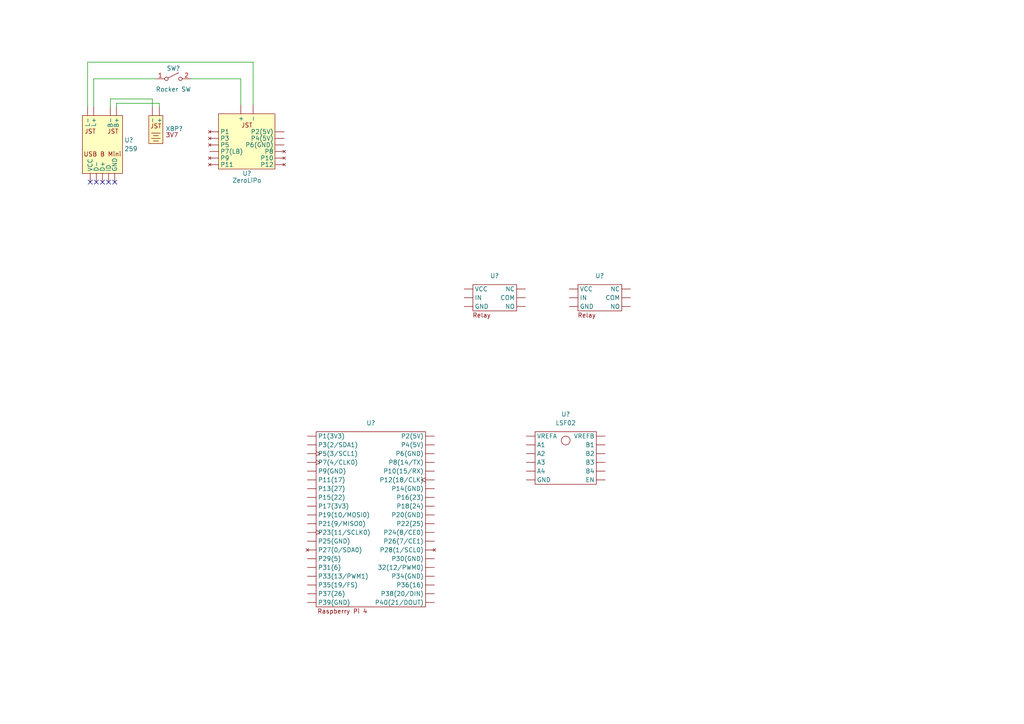
<source format=kicad_sch>
(kicad_sch (version 20211123) (generator eeschema)
  (paper "A4")
  (lib_symbols
    (symbol "Battery Power and Management:259"
      (property "Reference" "U" (at 6.096 1.016 0))
      (property "Value" "259" (at 6.096 -1.27 0))
      (symbol "259_0_0"
        (rectangle (start -5.842 7.874) (end 5.842 -8.89) (fill (type background)))
        (text "JST" (at -3.556 3.302 0) (effects (font (size 1.27 1.27))))
        (text "JST" (at 3.048 3.302 0) (effects (font (size 1.27 1.27))))
        (text "USB B Mini" (at 0 -3.302 0) (effects (font (size 1.27 1.27))))
      )
      (symbol "259_1_1"
        (pin power_in line (at 4.064 10.414 270) (length 2.54) (name "B+") (number ""))
        (pin power_in line (at 2.286 10.414 270) (length 2.54) (name "B-") (number ""))
        (pin input line (at 0 -11.43 90) (length 2.54) (name "D+") (number ""))
        (pin input line (at -1.778 -11.43 90) (length 2.54) (name "D-") (number ""))
        (pin power_in line (at 3.556 -11.43 90) (length 2.54) (name "GND") (number ""))
        (pin unspecified line (at 1.778 -11.43 90) (length 2.54) (name "ID") (number ""))
        (pin power_out line (at -2.54 10.414 270) (length 2.54) (name "L+") (number ""))
        (pin power_out line (at -4.318 10.414 270) (length 2.54) (name "L-") (number ""))
        (pin power_in line (at -3.556 -11.43 90) (length 2.54) (name "VCC") (number ""))
      )
    )
    (symbol "Battery Power and Management:ICR18650-JST2P-PACK"
      (property "Reference" "XBP" (at 2.794 1.016 0))
      (symbol "ICR18650-JST2P-PACK_0_0"
        (polyline (pts (xy 0.762 -3.048) (xy -0.762 -3.048)))
        (polyline (pts (xy 0.762 -1.524) (xy -0.762 -1.524)))
        (polyline (pts (xy 1.27 -2.286) (xy -1.27 -2.286)))
        (polyline (pts (xy 1.27 -0.762) (xy -1.27 -0.762)))
        (rectangle (start 2.032 4.318) (end -2.032 -3.81) (fill (type background)))
        (text "3V7" (at 2.794 -1.27 0) (effects (font (size 1.27 1.27)) (justify left)))
        (text "JST" (at 0 1.27 0) (effects (font (size 1.27 1.27))))
      )
      (symbol "ICR18650-JST2P-PACK_1_1"
        (pin power_out line (at 1.016 6.858 270) (length 2.54) (name "+") (number ""))
        (pin power_out line (at -1.016 6.858 270) (length 2.54) (name "-") (number ""))
      )
    )
    (symbol "Battery Power and Management:ZeroLiPo"
      (property "Reference" "U" (at -8.128 -10.668 0))
      (property "Value" "ZeroLiPo" (at 8.128 -10.668 0))
      (symbol "ZeroLiPo_0_0"
        (text "JST" (at 0 4.826 0) (effects (font (size 1.27 1.27))))
      )
      (symbol "ZeroLiPo_0_1"
        (rectangle (start -8.255 8.128) (end 8.128 -7.874) (fill (type background)))
      )
      (symbol "ZeroLiPo_1_1"
        (pin power_in line (at -1.778 10.668 270) (length 2.54) (name "+") (number ""))
        (pin power_in line (at 1.778 10.668 270) (length 2.54) (name "-") (number ""))
        (pin no_connect line (at -10.795 2.921 0) (length 2.54) (name "P1") (number ""))
        (pin no_connect line (at 10.795 -4.699 180) (length 2.54) (name "P10") (number ""))
        (pin no_connect line (at -10.795 -6.604 0) (length 2.54) (name "P11") (number ""))
        (pin no_connect line (at 10.795 -6.604 180) (length 2.54) (name "P12") (number ""))
        (pin power_out line (at 10.795 2.921 180) (length 2.54) (name "P2(5V)") (number ""))
        (pin no_connect line (at -10.795 1.016 0) (length 2.54) (name "P3") (number ""))
        (pin power_out line (at 10.795 1.016 180) (length 2.54) (name "P4(5V)") (number ""))
        (pin no_connect line (at -10.795 -0.889 0) (length 2.54) (name "P5") (number ""))
        (pin power_out line (at 10.795 -0.889 180) (length 2.54) (name "P6(GND)") (number ""))
        (pin output line (at -10.795 -2.794 0) (length 2.54) (name "P7(LB)") (number ""))
        (pin no_connect line (at 10.795 -2.794 180) (length 2.54) (name "P8") (number ""))
        (pin no_connect line (at -10.795 -4.699 0) (length 2.54) (name "P9") (number ""))
      )
    )
    (symbol "Multilevel Voltage Converter:LSF02"
      (property "Reference" "U" (at 0 8.89 0))
      (property "Value" "LSF02" (at 0 0 90))
      (symbol "LSF02_0_1"
        (rectangle (start -8.89 7.62) (end 8.89 -7.62))
        (circle (center 0 5.08) (radius 1.27))
      )
      (symbol "LSF02_1_1"
        (pin bidirectional line (at -11.43 3.81 0) (length 2.54) (name "A1") (number ""))
        (pin bidirectional line (at -11.43 1.27 0) (length 2.54) (name "A2") (number ""))
        (pin bidirectional line (at -11.43 -1.27 0) (length 2.54) (name "A3") (number ""))
        (pin bidirectional line (at -11.43 -3.81 0) (length 2.54) (name "A4") (number ""))
        (pin bidirectional line (at 11.43 3.81 180) (length 2.54) (name "B1") (number ""))
        (pin bidirectional line (at 11.43 1.27 180) (length 2.54) (name "B2") (number ""))
        (pin bidirectional line (at 11.43 -1.27 180) (length 2.54) (name "B3") (number ""))
        (pin bidirectional line (at 11.43 -3.81 180) (length 2.54) (name "B4") (number ""))
        (pin power_in line (at 11.43 -6.35 180) (length 2.54) (name "EN") (number ""))
        (pin power_in line (at -11.43 -6.35 0) (length 2.54) (name "GND") (number ""))
        (pin power_in line (at -11.43 6.35 0) (length 2.54) (name "VREFA") (number ""))
        (pin power_in line (at 11.43 6.35 180) (length 2.54) (name "VREFB") (number ""))
      )
    )
    (symbol "Raspberry Pi 4:RPi4_Objective"
      (property "Reference" "U" (at 0 26.67 0))
      (symbol "RPi4_Objective_0_0"
        (text "Raspberry Pi 4" (at -7.62 -26.67 0) (effects (font (size 1.27 1.27))))
      )
      (symbol "RPi4_Objective_0_1"
        (rectangle (start -15.24 25.4) (end 16.51 -25.4))
      )
      (symbol "RPi4_Objective_1_1"
        (pin bidirectional line (at 19.05 -13.97 180) (length 2.54) (name "32(12/PWM0)") (number ""))
        (pin power_out line (at -17.78 24.13 0) (length 2.54) (name "P1(3V3)") (number ""))
        (pin bidirectional line (at 19.05 13.97 180) (length 2.54) (name "P10(15/RX)") (number ""))
        (pin bidirectional line (at -17.78 11.43 0) (length 2.54) (name "P11(17)") (number ""))
        (pin bidirectional clock (at 19.05 11.43 180) (length 2.54) (name "P12(18/CLK)") (number ""))
        (pin bidirectional line (at -17.78 8.89 0) (length 2.54) (name "P13(27)") (number ""))
        (pin power_out line (at 19.05 8.89 180) (length 2.54) (name "P14(GND)") (number ""))
        (pin bidirectional line (at -17.78 6.35 0) (length 2.54) (name "P15(22)") (number ""))
        (pin bidirectional line (at 19.05 6.35 180) (length 2.54) (name "P16(23)") (number ""))
        (pin power_out line (at -17.78 3.81 0) (length 2.54) (name "P17(3V3)") (number ""))
        (pin bidirectional line (at 19.05 3.81 180) (length 2.54) (name "P18(24)") (number ""))
        (pin bidirectional line (at -17.78 1.27 0) (length 2.54) (name "P19(10/MOSI0)") (number ""))
        (pin power_out line (at 19.05 24.13 180) (length 2.54) (name "P2(5V)") (number ""))
        (pin power_out line (at 19.05 1.27 180) (length 2.54) (name "P20(GND)") (number ""))
        (pin bidirectional line (at -17.78 -1.27 0) (length 2.54) (name "P21(9/MISO0)") (number ""))
        (pin bidirectional line (at 19.05 -1.27 180) (length 2.54) (name "P22(25)") (number ""))
        (pin bidirectional clock (at -17.78 -3.81 0) (length 2.54) (name "P23(11/SCLK0)") (number ""))
        (pin bidirectional line (at 19.05 -3.81 180) (length 2.54) (name "P24(8/CE0)") (number ""))
        (pin power_out line (at -17.78 -6.35 0) (length 2.54) (name "P25(GND)") (number ""))
        (pin bidirectional line (at 19.05 -6.35 180) (length 2.54) (name "P26(7/CE1)") (number ""))
        (pin no_connect line (at -17.78 -8.89 0) (length 2.54) (name "P27(0/SDA0)") (number ""))
        (pin no_connect line (at 19.05 -8.89 180) (length 2.54) (name "P28(1/SCL0)") (number ""))
        (pin bidirectional line (at -17.78 -11.43 0) (length 2.54) (name "P29(5)") (number ""))
        (pin bidirectional line (at -17.78 21.59 0) (length 2.54) (name "P3(2/SDA1)") (number ""))
        (pin power_out line (at 19.05 -11.43 180) (length 2.54) (name "P30(GND)") (number ""))
        (pin bidirectional line (at -17.78 -13.97 0) (length 2.54) (name "P31(6)") (number ""))
        (pin bidirectional line (at -17.78 -16.51 0) (length 2.54) (name "P33(13/PWM1)") (number ""))
        (pin power_out line (at 19.05 -16.51 180) (length 2.54) (name "P34(GND)") (number ""))
        (pin bidirectional line (at -17.78 -19.05 0) (length 2.54) (name "P35(19/FS)") (number ""))
        (pin bidirectional line (at 19.05 -19.05 180) (length 2.54) (name "P36(16)") (number ""))
        (pin bidirectional line (at -17.78 -21.59 0) (length 2.54) (name "P37(26)") (number ""))
        (pin bidirectional line (at 19.05 -21.59 180) (length 2.54) (name "P38(20/DIN)") (number ""))
        (pin power_out line (at -17.78 -24.13 0) (length 2.54) (name "P39(GND)") (number ""))
        (pin power_out line (at 19.05 21.59 180) (length 2.54) (name "P4(5V)") (number ""))
        (pin bidirectional line (at 19.05 -24.13 180) (length 2.54) (name "P40(21/DOUT)") (number ""))
        (pin bidirectional clock (at -17.78 19.05 0) (length 2.54) (name "P5(3/SCL1)") (number ""))
        (pin power_out line (at 19.05 19.05 180) (length 2.54) (name "P6(GND)") (number ""))
        (pin bidirectional clock (at -17.78 16.51 0) (length 2.54) (name "P7(4/CLK0)") (number ""))
        (pin bidirectional line (at 19.05 16.51 180) (length 2.54) (name "P8(14/TX)") (number ""))
        (pin power_out line (at -17.78 13.97 0) (length 2.54) (name "P9(GND)") (number ""))
      )
    )
    (symbol "Relay:Songle_SRD-xxVDC-SL-C"
      (property "Reference" "U" (at 0 5.08 0))
      (symbol "Songle_SRD-xxVDC-SL-C_0_0"
        (text "Relay" (at -3.81 -5.08 0) (effects (font (size 1.27 1.27))))
      )
      (symbol "Songle_SRD-xxVDC-SL-C_0_1"
        (rectangle (start -6.35 3.81) (end 6.35 -3.81))
      )
      (symbol "Songle_SRD-xxVDC-SL-C_1_1"
        (pin input line (at 8.89 0 180) (length 2.54) (name "COM") (number ""))
        (pin power_in line (at -8.89 -2.54 0) (length 2.54) (name "GND") (number ""))
        (pin input line (at -8.89 0 0) (length 2.54) (name "IN") (number ""))
        (pin output line (at 8.89 2.54 180) (length 2.54) (name "NC") (number ""))
        (pin output line (at 8.89 -2.54 180) (length 2.54) (name "NO") (number ""))
        (pin power_in line (at -8.89 2.54 0) (length 2.54) (name "VCC") (number ""))
      )
    )
    (symbol "Switch:SW_SPST" (pin_names (offset 0) hide)
      (property "Reference" "SW" (at 0 3.175 0))
      (property "Value" "SW_SPST" (at 0 -2.54 0))
      (symbol "SW_SPST_0_0"
        (circle (center -2.032 0) (radius 0.508))
        (polyline (pts (xy -1.524 0.254) (xy 1.524 1.778)))
        (circle (center 2.032 0) (radius 0.508))
      )
      (symbol "SW_SPST_1_1"
        (pin passive line (at -5.08 0 0) (length 2.54) (name "A") (number "1"))
        (pin passive line (at 5.08 0 180) (length 2.54) (name "B") (number "2"))
      )
    )
  )
  (no_connect (at 29.718 52.832))
  (no_connect (at 26.162 52.832))
  (no_connect (at 27.94 52.832))
  (no_connect (at 33.274 52.832))
  (no_connect (at 31.496 52.832))
  (wire (pts (xy 69.85 22.86) (xy 69.85 30.48)))
  (wire (pts (xy 73.406 18.034) (xy 73.406 30.48)))
  (wire (pts (xy 25.4 18.034) (xy 73.406 18.034)))
  (wire (pts (xy 46.228 29.972) (xy 33.782 29.972)))
  (wire (pts (xy 25.4 30.988) (xy 25.4 18.034)))
  (wire (pts (xy 44.196 28.702) (xy 32.004 28.702)))
  (wire (pts (xy 45.212 22.86) (xy 27.178 22.86)))
  (wire (pts (xy 27.178 22.86) (xy 27.178 30.988)))
  (wire (pts (xy 46.228 30.988) (xy 46.228 29.972)))
  (wire (pts (xy 32.004 28.702) (xy 32.004 30.988)))
  (wire (pts (xy 55.372 22.86) (xy 69.85 22.86)))
  (wire (pts (xy 44.196 30.988) (xy 44.196 28.702)))
  (wire (pts (xy 33.782 29.972) (xy 33.782 30.988)))
  (symbol (lib_id "Relay:Songle_SRD-xxVDC-SL-C") (at 173.99 86.36 0) (unit 1)
    (property "Reference" "U?" (at 173.9352 80.01 0))
    (property "Value" "Songle_SRD-xxVDC-SL-C" (effects hide))
  )
  (symbol (lib_id "Relay:Songle_SRD-xxVDC-SL-C") (at 143.51 86.36 0) (unit 1)
    (property "Reference" "U?" (at 143.4552 80.01 0))
    (property "Value" "Songle_SRD-xxVDC-SL-C" (effects hide))
  )
  (symbol (lib_id "Battery Power and Management:259") (at 29.718 41.402 0) (unit 1)
    (property "Reference" "U?" (at 36.068 40.64 0) (effects (justify left)))
    (property "Value" "259" (at 36.068 43.18 0) (effects (justify left)))
  )
  (symbol (lib_id "Raspberry Pi 4:RPi4_Objective") (at 106.934 150.622 0) (unit 1)
    (property "Reference" "U?" (at 107.569 122.682 0))
    (property "Value" "RPi4_Objective" (effects hide))
  )
  (symbol (lib_id "Battery Power and Management:ICR18650-JST2P-PACK") (at 45.212 37.846 0) (unit 1)
    (property "Reference" "XBP?" (at 48.006 37.338 0) (effects (justify left)))
    (property "Value" "ICR18650-JST2P-PACK" (effects hide))
  )
  (symbol (lib_id "Switch:SW_SPST") (at 50.292 22.86 0) (unit 1)
    (property "Reference" "SW?" (at 50.292 19.812 0))
    (property "Value" "Rocker SW" (at 50.292 25.908 0))
  )
  (symbol (lib_id "Multilevel Voltage Converter:LSF02") (at 164.084 132.842 0) (unit 1)
    (property "Reference" "U?" (at 164.084 120.142 0))
    (property "Value" "LSF02" (at 164.084 122.682 0))
  )
  (symbol (lib_id "Battery Power and Management:ZeroLiPo") (at 71.628 41.148 0) (unit 1)
    (property "Reference" "U?" (at 71.628 50.292 0))
    (property "Value" "ZeroLiPo" (at 71.628 52.324 0))
  )
)
</source>
